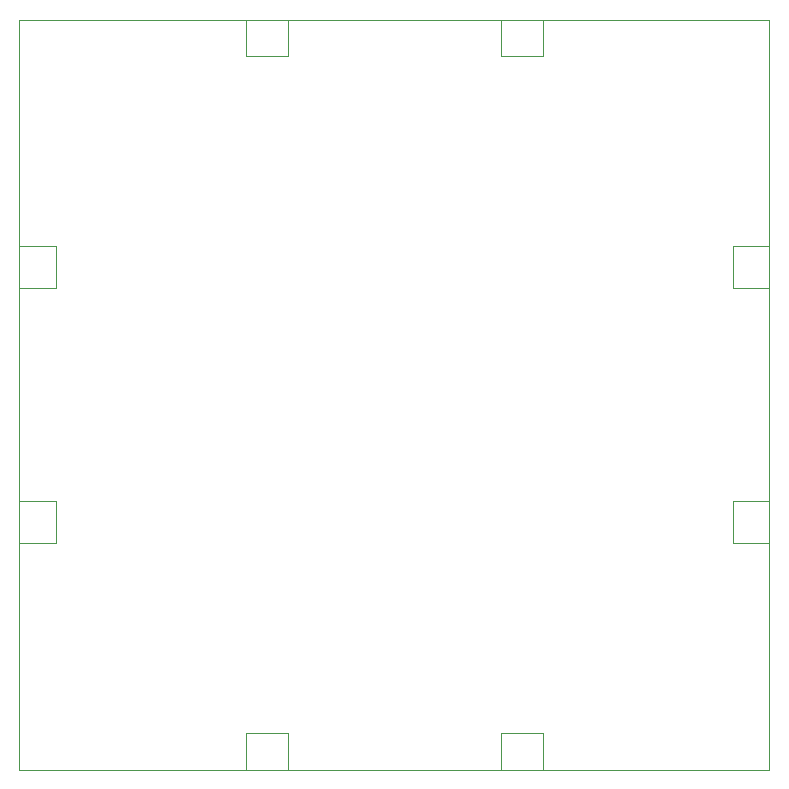
<source format=gbr>
%TF.GenerationSoftware,KiCad,Pcbnew,7.0.9*%
%TF.CreationDate,2023-12-12T22:55:11+09:00*%
%TF.ProjectId,shikisaku,7368696b-6973-4616-9b75-2e6b69636164,rev?*%
%TF.SameCoordinates,Original*%
%TF.FileFunction,Profile,NP*%
%FSLAX46Y46*%
G04 Gerber Fmt 4.6, Leading zero omitted, Abs format (unit mm)*
G04 Created by KiCad (PCBNEW 7.0.9) date 2023-12-12 22:55:11*
%MOMM*%
%LPD*%
G01*
G04 APERTURE LIST*
%TA.AperFunction,Profile*%
%ADD10C,0.100000*%
%TD*%
%TA.AperFunction,Profile*%
%ADD11C,0.050000*%
%TD*%
G04 APERTURE END LIST*
D10*
X100000000Y-60000000D02*
X163500000Y-60000000D01*
X163500000Y-123500000D01*
X100000000Y-123500000D01*
X100000000Y-60000000D01*
D11*
%TO.C,D7*%
X119205000Y-63100000D02*
X122705000Y-63100000D01*
X122705000Y-63100000D02*
X122705000Y-60000000D01*
X122705000Y-60000000D02*
X119205000Y-60000000D01*
X119205000Y-60000000D02*
X119205000Y-63100000D01*
%TO.C,D5*%
X160400000Y-79205000D02*
X163500000Y-79205000D01*
X163500000Y-79205000D02*
X163500000Y-82705000D01*
X163500000Y-82705000D02*
X160400000Y-82705000D01*
X160400000Y-82705000D02*
X160400000Y-79205000D01*
%TO.C,D6*%
X140795000Y-63100000D02*
X144295000Y-63100000D01*
X144295000Y-63100000D02*
X144295000Y-60000000D01*
X144295000Y-60000000D02*
X140795000Y-60000000D01*
X140795000Y-60000000D02*
X140795000Y-63100000D01*
%TO.C,D3*%
X144295000Y-120400000D02*
X140795000Y-120400000D01*
X140795000Y-120400000D02*
X140795000Y-123500000D01*
X140795000Y-123500000D02*
X144295000Y-123500000D01*
X144295000Y-123500000D02*
X144295000Y-120400000D01*
%TO.C,D1*%
X103100000Y-104295000D02*
X100000000Y-104295000D01*
X100000000Y-104295000D02*
X100000000Y-100795000D01*
X100000000Y-100795000D02*
X103100000Y-100795000D01*
X103100000Y-100795000D02*
X103100000Y-104295000D01*
%TO.C,D4*%
X160400000Y-100795000D02*
X163500000Y-100795000D01*
X163500000Y-100795000D02*
X163500000Y-104295000D01*
X163500000Y-104295000D02*
X160400000Y-104295000D01*
X160400000Y-104295000D02*
X160400000Y-100795000D01*
%TO.C,D8*%
X103100000Y-82705000D02*
X100000000Y-82705000D01*
X100000000Y-82705000D02*
X100000000Y-79205000D01*
X100000000Y-79205000D02*
X103100000Y-79205000D01*
X103100000Y-79205000D02*
X103100000Y-82705000D01*
%TO.C,D2*%
X122705000Y-120400000D02*
X119205000Y-120400000D01*
X119205000Y-120400000D02*
X119205000Y-123500000D01*
X119205000Y-123500000D02*
X122705000Y-123500000D01*
X122705000Y-123500000D02*
X122705000Y-120400000D01*
%TD*%
M02*

</source>
